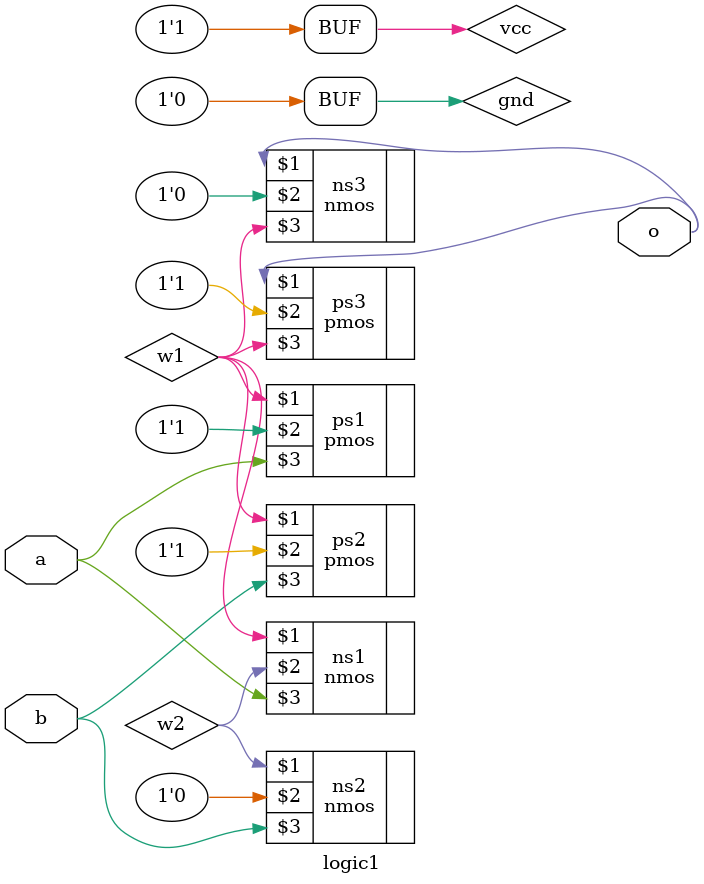
<source format=v>
module logic1(input a, b, output o);
    supply1 vcc;
    supply0 gnd;

    wire w1, w2;

    // NAND
    pmos ps1(w1, vcc, a);
    pmos ps2(w1, vcc, b);
    nmos ns1(w1, w2, a);
    nmos ns2(w2, gnd, b);

    // NOT
    pmos ps3(o, vcc, w1);
    nmos ns3(o, gnd, w1);

endmodule
</source>
